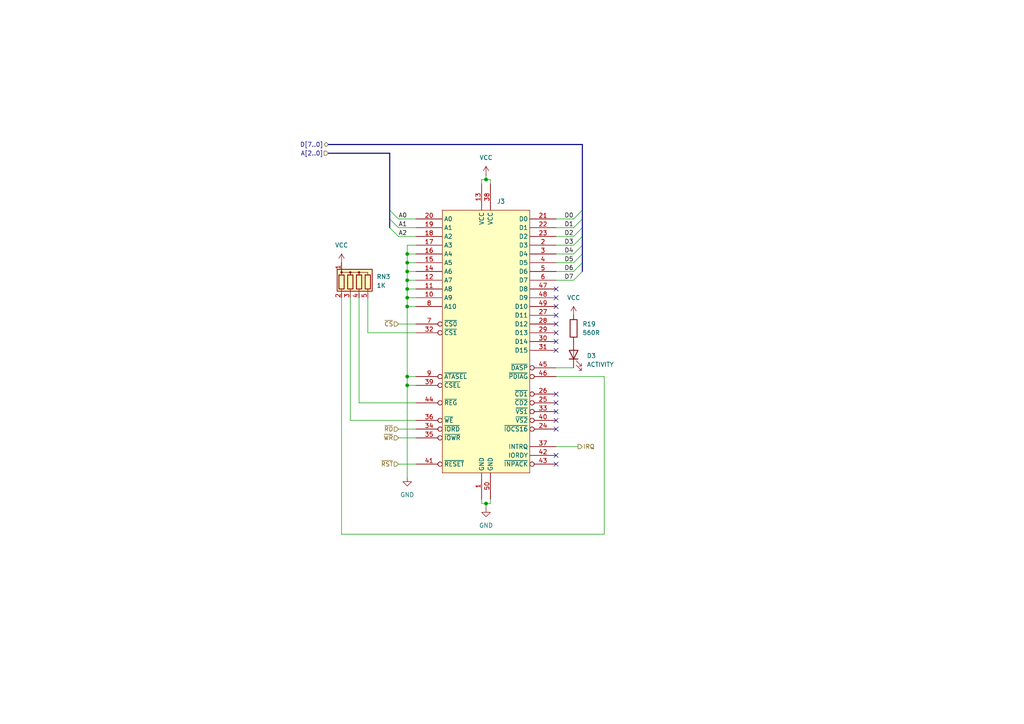
<source format=kicad_sch>
(kicad_sch (version 20250114) (generator "eeschema") (generator_version "9.0")
  (paper "A4")
  (title_block (title "Compact Flash") (date "2025-06-18") (rev "A") (company "A.K."))
  (lib_symbols
    (symbol "Device:LED" (pin_numbers (hide yes)) (pin_names (offset 1.016) (hide yes))
      (property "Reference" "D" (at 0 2.54 0))
      (property "Value" "LED" (at 0 -2.54 0))
      (symbol "LED_0_1"
        (polyline (pts (xy -3.048 -0.762) (xy -4.572 -2.286) (xy -3.81 -2.286) (xy -4.572 -2.286) (xy -4.572 -1.524)))
        (polyline (pts (xy -1.778 -0.762) (xy -3.302 -2.286) (xy -2.54 -2.286) (xy -3.302 -2.286) (xy -3.302 -1.524)))
        (polyline (pts (xy -1.27 0) (xy 1.27 0)))
        (polyline (pts (xy -1.27 -1.27) (xy -1.27 1.27)) (stroke (width 0.254)))
        (polyline (pts (xy 1.27 -1.27) (xy 1.27 1.27) (xy -1.27 0) (xy 1.27 -1.27)) (stroke (width 0.254)))
      )
      (symbol "LED_1_1"
        (pin passive line (at -3.81 0 0) (length 2.54) (name "K") (number "1"))
        (pin passive line (at 3.81 0 180) (length 2.54) (name "A") (number "2"))
      )
    )
    (symbol "Device:R" (pin_numbers (hide yes)) (pin_names (offset 0))
      (property "Reference" "R" (at 2.032 0 90))
      (property "Value" "R" (at 0 0 90))
      (symbol "R_0_1"
        (rectangle (start -1.016 -2.54) (end 1.016 2.54) (stroke (width 0.254)))
      )
      (symbol "R_1_1"
        (pin passive line (at 0 3.81 270) (length 1.27) (name "~") (number "1"))
        (pin passive line (at 0 -3.81 90) (length 1.27) (name "~") (number "2"))
      )
    )
    (symbol "Device:R_Network04" (pin_names (offset 0) (hide yes))
      (property "Reference" "RN" (at -7.62 0 90))
      (property "Value" "R_Network04" (at 5.08 0 90))
      (symbol "R_Network04_0_1"
        (rectangle (start -6.35 -3.175) (end 3.81 3.175) (stroke (width 0.254)) (fill (type background)))
        (rectangle (start -5.842 1.524) (end -4.318 -2.54) (stroke (width 0.254)))
        (circle (center -5.08 2.286) (radius 0.254) (fill (type outline)))
        (polyline (pts (xy -5.08 1.524) (xy -5.08 2.286) (xy -2.54 2.286) (xy -2.54 1.524)))
        (polyline (pts (xy -5.08 -2.54) (xy -5.08 -3.81)))
        (rectangle (start -3.302 1.524) (end -1.778 -2.54) (stroke (width 0.254)))
        (circle (center -2.54 2.286) (radius 0.254) (fill (type outline)))
        (polyline (pts (xy -2.54 1.524) (xy -2.54 2.286) (xy 0 2.286) (xy 0 1.524)))
        (polyline (pts (xy -2.54 -2.54) (xy -2.54 -3.81)))
        (rectangle (start -0.762 1.524) (end 0.762 -2.54) (stroke (width 0.254)))
        (circle (center 0 2.286) (radius 0.254) (fill (type outline)))
        (polyline (pts (xy 0 1.524) (xy 0 2.286) (xy 2.54 2.286) (xy 2.54 1.524)))
        (polyline (pts (xy 0 -2.54) (xy 0 -3.81)))
        (rectangle (start 1.778 1.524) (end 3.302 -2.54) (stroke (width 0.254)))
        (polyline (pts (xy 2.54 -2.54) (xy 2.54 -3.81)))
      )
      (symbol "R_Network04_1_1"
        (pin passive line (at -5.08 5.08 270) (length 2.54) (name "common") (number "1"))
        (pin passive line (at -5.08 -5.08 90) (length 1.27) (name "R1") (number "2"))
        (pin passive line (at -2.54 -5.08 90) (length 1.27) (name "R2") (number "3"))
        (pin passive line (at 0 -5.08 90) (length 1.27) (name "R3") (number "4"))
        (pin passive line (at 2.54 -5.08 90) (length 1.27) (name "R4") (number "5"))
      )
    )
    (symbol "cf:CF"
      (symbol "CF_1_1"
        (rectangle (start -12.7 38.1) (end 12.7 -38.1) (fill (type background)))
        (pin input line (at -20.32 35.56 0) (length 7.62) (name "A0") (number "20"))
        (pin input line (at -20.32 33.02 0) (length 7.62) (name "A1") (number "19"))
        (pin input line (at -20.32 30.48 0) (length 7.62) (name "A2") (number "18"))
        (pin input line (at -20.32 27.94 0) (length 7.62) (name "A3") (number "17"))
        (pin input line (at -20.32 25.4 0) (length 7.62) (name "A4") (number "16"))
        (pin input line (at -20.32 22.86 0) (length 7.62) (name "A5") (number "15"))
        (pin input line (at -20.32 20.32 0) (length 7.62) (name "A6") (number "14"))
        (pin input line (at -20.32 17.78 0) (length 7.62) (name "A7") (number "12"))
        (pin input line (at -20.32 15.24 0) (length 7.62) (name "A8") (number "11"))
        (pin input line (at -20.32 12.7 0) (length 7.62) (name "A9") (number "10"))
        (pin input line (at -20.32 10.16 0) (length 7.62) (name "A10") (number "8"))
        (pin input inverted (at -20.32 5.08 0) (length 7.62) (name "~{CS0}") (number "7"))
        (pin input inverted (at -20.32 2.54 0) (length 7.62) (name "~{CS1}") (number "32"))
        (pin input inverted (at -20.32 -10.16 0) (length 7.62) (name "~{ATASEL}") (number "9"))
        (pin input inverted (at -20.32 -12.7 0) (length 7.62) (name "~{CSEL}") (number "39"))
        (pin input inverted (at -20.32 -17.78 0) (length 7.62) (name "~{REG}") (number "44"))
        (pin input inverted (at -20.32 -22.86 0) (length 7.62) (name "~{WE}") (number "36"))
        (pin input inverted (at -20.32 -25.4 0) (length 7.62) (name "~{IORD}") (number "34"))
        (pin input inverted (at -20.32 -27.94 0) (length 7.62) (name "~{IOWR}") (number "35"))
        (pin input inverted (at -20.32 -35.56 0) (length 7.62) (name "~{RESET}") (number "41"))
        (pin power_in line (at -1.27 45.72 270) (length 7.62) (name "VCC") (number "13"))
        (pin power_in line (at -1.27 -45.72 90) (length 7.62) (name "GND") (number "1"))
        (pin power_in line (at 1.27 45.72 270) (length 7.62) (name "VCC") (number "38"))
        (pin power_in line (at 1.27 -45.72 90) (length 7.62) (name "GND") (number "50"))
        (pin tri_state line (at 20.32 35.56 180) (length 7.62) (name "D0") (number "21"))
        (pin tri_state line (at 20.32 33.02 180) (length 7.62) (name "D1") (number "22"))
        (pin tri_state line (at 20.32 30.48 180) (length 7.62) (name "D2") (number "23"))
        (pin tri_state line (at 20.32 27.94 180) (length 7.62) (name "D3") (number "2"))
        (pin tri_state line (at 20.32 25.4 180) (length 7.62) (name "D4") (number "3"))
        (pin tri_state line (at 20.32 22.86 180) (length 7.62) (name "D5") (number "4"))
        (pin tri_state line (at 20.32 20.32 180) (length 7.62) (name "D6") (number "5"))
        (pin tri_state line (at 20.32 17.78 180) (length 7.62) (name "D7") (number "6"))
        (pin tri_state line (at 20.32 15.24 180) (length 7.62) (name "D8") (number "47"))
        (pin tri_state line (at 20.32 12.7 180) (length 7.62) (name "D9") (number "48"))
        (pin tri_state line (at 20.32 10.16 180) (length 7.62) (name "D10") (number "49"))
        (pin tri_state line (at 20.32 7.62 180) (length 7.62) (name "D11") (number "27"))
        (pin tri_state line (at 20.32 5.08 180) (length 7.62) (name "D12") (number "28"))
        (pin tri_state line (at 20.32 2.54 180) (length 7.62) (name "D13") (number "29"))
        (pin tri_state line (at 20.32 0 180) (length 7.62) (name "D14") (number "30"))
        (pin tri_state line (at 20.32 -2.54 180) (length 7.62) (name "D15") (number "31"))
        (pin output inverted (at 20.32 -7.62 180) (length 7.62) (name "~{DASP}") (number "45"))
        (pin output inverted (at 20.32 -10.16 180) (length 7.62) (name "~{PDIAG}") (number "46"))
        (pin output inverted (at 20.32 -15.24 180) (length 7.62) (name "~{CD1}") (number "26"))
        (pin output inverted (at 20.32 -17.78 180) (length 7.62) (name "~{CD2}") (number "25"))
        (pin output inverted (at 20.32 -20.32 180) (length 7.62) (name "~{VS1}") (number "33"))
        (pin output inverted (at 20.32 -22.86 180) (length 7.62) (name "~{VS2}") (number "40"))
        (pin output inverted (at 20.32 -25.4 180) (length 7.62) (name "~{IOCS16}") (number "24"))
        (pin output line (at 20.32 -30.48 180) (length 7.62) (name "INTRQ") (number "37"))
        (pin output line (at 20.32 -33.02 180) (length 7.62) (name "IORDY") (number "42"))
        (pin output inverted (at 20.32 -35.56 180) (length 7.62) (name "~{INPACK}") (number "43"))
      )
    )
    (symbol "power:GND" (power) (pin_numbers (hide yes)) (pin_names (offset 0) (hide yes))
      (property "Value" "GND" (at 0 -3.81 0))
      (symbol "GND_0_1"
        (polyline (pts (xy 0 0) (xy 0 -1.27) (xy 1.27 -1.27) (xy 0 -2.54) (xy -1.27 -1.27) (xy 0 -1.27)))
      )
      (symbol "GND_1_1"
        (pin power_in line (at 0 0 270) (length 0) (name "~") (number "1"))
      )
    )
    (symbol "power:VCC" (power) (pin_numbers (hide yes)) (pin_names (offset 0) (hide yes))
      (property "Value" "VCC" (at 0 3.556 0))
      (symbol "VCC_0_1"
        (polyline (pts (xy -0.762 1.27) (xy 0 2.54)))
        (polyline (pts (xy 0 2.54) (xy 0.762 1.27)))
        (polyline (pts (xy 0 0) (xy 0 2.54)))
      )
      (symbol "VCC_1_1"
        (pin power_in line (at 0 0 90) (length 0) (name "~") (number "1"))
      )
    )
  )
  (junction (at 118.11 78.74))
  (junction (at 140.97 52.07))
  (junction (at 140.97 146.05))
  (junction (at 118.11 81.28))
  (junction (at 118.11 76.2))
  (junction (at 118.11 83.82))
  (junction (at 118.11 111.76))
  (junction (at 118.11 88.9))
  (junction (at 118.11 86.36))
  (junction (at 118.11 73.66))
  (junction (at 118.11 109.22))
  (no_connect (at 161.29 119.38))
  (no_connect (at 161.29 88.9))
  (no_connect (at 161.29 116.84))
  (no_connect (at 161.29 93.98))
  (no_connect (at 161.29 96.52))
  (no_connect (at 161.29 114.3))
  (no_connect (at 161.29 83.82))
  (no_connect (at 161.29 99.06))
  (no_connect (at 161.29 124.46))
  (no_connect (at 161.29 134.62))
  (no_connect (at 161.29 86.36))
  (no_connect (at 161.29 132.08))
  (no_connect (at 161.29 91.44))
  (no_connect (at 161.29 121.92))
  (no_connect (at 161.29 101.6))
  (bus_entry (at 113.03 63.5) (size 2.54 2.54))
  (bus_entry (at 168.91 76.2) (size -2.54 2.54))
  (bus_entry (at 113.03 60.96) (size 2.54 2.54))
  (bus_entry (at 168.91 78.74) (size -2.54 2.54))
  (bus_entry (at 168.91 63.5) (size -2.54 2.54))
  (bus_entry (at 168.91 68.58) (size -2.54 2.54))
  (bus_entry (at 113.03 66.04) (size 2.54 2.54))
  (bus_entry (at 168.91 73.66) (size -2.54 2.54))
  (bus_entry (at 168.91 66.04) (size -2.54 2.54))
  (bus_entry (at 168.91 60.96) (size -2.54 2.54))
  (bus_entry (at 168.91 71.12) (size -2.54 2.54))
  (wire (pts (xy 139.7 146.05) (xy 139.7 144.78)))
  (wire (pts (xy 118.11 109.22) (xy 120.65 109.22)))
  (wire (pts (xy 120.65 116.84) (xy 104.14 116.84)))
  (wire (pts (xy 120.65 96.52) (xy 106.68 96.52)))
  (wire (pts (xy 118.11 81.28) (xy 118.11 83.82)))
  (bus (pts (xy 113.03 44.45) (xy 113.03 60.96)))
  (wire (pts (xy 161.29 66.04) (xy 166.37 66.04)))
  (wire (pts (xy 175.26 154.94) (xy 99.06 154.94)))
  (bus (pts (xy 168.91 66.04) (xy 168.91 68.58)))
  (wire (pts (xy 118.11 109.22) (xy 118.11 111.76)))
  (bus (pts (xy 168.91 68.58) (xy 168.91 71.12)))
  (wire (pts (xy 120.65 121.92) (xy 101.6 121.92)))
  (bus (pts (xy 168.91 63.5) (xy 168.91 66.04)))
  (bus (pts (xy 168.91 76.2) (xy 168.91 78.74)))
  (wire (pts (xy 118.11 86.36) (xy 120.65 86.36)))
  (wire (pts (xy 142.24 53.34) (xy 142.24 52.07)))
  (bus (pts (xy 113.03 60.96) (xy 113.03 63.5)))
  (wire (pts (xy 118.11 73.66) (xy 118.11 76.2)))
  (wire (pts (xy 115.57 127) (xy 120.65 127)))
  (wire (pts (xy 120.65 71.12) (xy 118.11 71.12)))
  (wire (pts (xy 140.97 52.07) (xy 140.97 50.8)))
  (wire (pts (xy 142.24 52.07) (xy 140.97 52.07)))
  (bus (pts (xy 113.03 63.5) (xy 113.03 66.04)))
  (wire (pts (xy 175.26 109.22) (xy 175.26 154.94)))
  (wire (pts (xy 120.65 73.66) (xy 118.11 73.66)))
  (wire (pts (xy 118.11 71.12) (xy 118.11 73.66)))
  (wire (pts (xy 161.29 76.2) (xy 166.37 76.2)))
  (wire (pts (xy 161.29 81.28) (xy 166.37 81.28)))
  (bus (pts (xy 95.25 44.45) (xy 113.03 44.45)))
  (wire (pts (xy 139.7 53.34) (xy 139.7 52.07)))
  (wire (pts (xy 118.11 83.82) (xy 118.11 86.36)))
  (wire (pts (xy 118.11 88.9) (xy 118.11 109.22)))
  (bus (pts (xy 95.25 41.91) (xy 168.91 41.91)))
  (wire (pts (xy 161.29 68.58) (xy 166.37 68.58)))
  (wire (pts (xy 118.11 78.74) (xy 118.11 81.28)))
  (wire (pts (xy 139.7 52.07) (xy 140.97 52.07)))
  (wire (pts (xy 118.11 111.76) (xy 120.65 111.76)))
  (bus (pts (xy 168.91 41.91) (xy 168.91 60.96)))
  (wire (pts (xy 115.57 124.46) (xy 120.65 124.46)))
  (wire (pts (xy 101.6 86.36) (xy 101.6 121.92)))
  (wire (pts (xy 115.57 66.04) (xy 120.65 66.04)))
  (wire (pts (xy 104.14 86.36) (xy 104.14 116.84)))
  (wire (pts (xy 118.11 76.2) (xy 118.11 78.74)))
  (wire (pts (xy 120.65 78.74) (xy 118.11 78.74)))
  (wire (pts (xy 140.97 146.05) (xy 142.24 146.05)))
  (wire (pts (xy 161.29 63.5) (xy 166.37 63.5)))
  (bus (pts (xy 168.91 73.66) (xy 168.91 76.2)))
  (wire (pts (xy 99.06 154.94) (xy 99.06 86.36)))
  (bus (pts (xy 168.91 71.12) (xy 168.91 73.66)))
  (wire (pts (xy 106.68 86.36) (xy 106.68 96.52)))
  (wire (pts (xy 140.97 146.05) (xy 139.7 146.05)))
  (wire (pts (xy 115.57 134.62) (xy 120.65 134.62)))
  (wire (pts (xy 115.57 68.58) (xy 120.65 68.58)))
  (wire (pts (xy 120.65 76.2) (xy 118.11 76.2)))
  (wire (pts (xy 118.11 88.9) (xy 120.65 88.9)))
  (wire (pts (xy 118.11 88.9) (xy 118.11 86.36)))
  (wire (pts (xy 161.29 109.22) (xy 175.26 109.22)))
  (wire (pts (xy 161.29 71.12) (xy 166.37 71.12)))
  (wire (pts (xy 161.29 78.74) (xy 166.37 78.74)))
  (wire (pts (xy 140.97 147.32) (xy 140.97 146.05)))
  (wire (pts (xy 115.57 93.98) (xy 120.65 93.98)))
  (wire (pts (xy 161.29 106.68) (xy 166.37 106.68)))
  (wire (pts (xy 120.65 81.28) (xy 118.11 81.28)))
  (wire (pts (xy 120.65 83.82) (xy 118.11 83.82)))
  (wire (pts (xy 142.24 146.05) (xy 142.24 144.78)))
  (wire (pts (xy 167.64 129.54) (xy 161.29 129.54)))
  (bus (pts (xy 168.91 60.96) (xy 168.91 63.5)))
  (wire (pts (xy 115.57 63.5) (xy 120.65 63.5)))
  (wire (pts (xy 118.11 138.43) (xy 118.11 111.76)))
  (wire (pts (xy 161.29 73.66) (xy 166.37 73.66)))
  (label "A0" (at 115.57 63.5 0))
  (label "A1" (at 115.57 66.04 0))
  (label "D4" (at 166.37 73.66 180))
  (label "D6" (at 166.37 78.74 180))
  (label "D7" (at 166.37 81.28 180))
  (label "D3" (at 166.37 71.12 180))
  (label "A2" (at 115.57 68.58 0))
  (label "D2" (at 166.37 68.58 180))
  (label "D1" (at 166.37 66.04 180))
  (label "D5" (at 166.37 76.2 180))
  (label "D0" (at 166.37 63.5 180))
  (hierarchical_label "A[2..0]" (shape input) (at 95.25 44.45 180))
  (hierarchical_label "~{RD}" (shape input) (at 115.57 124.46 180))
  (hierarchical_label "IRQ" (shape output) (at 167.64 129.54 0))
  (hierarchical_label "D[7..0]" (shape bidirectional) (at 95.25 41.91 180))
  (hierarchical_label "~{RST}" (shape input) (at 115.57 134.62 180))
  (hierarchical_label "~{CS}" (shape input) (at 115.57 93.98 180))
  (hierarchical_label "~{WR}" (shape input) (at 115.57 127 180))
  (symbol (lib_id "Device:LED") (at 166.37 102.87 90) (unit 1)
    (property "Reference" "D3" (at 170.18 103.1874 90) (effects (justify right)))
    (property "Value" "ACTIVITY" (at 170.18 105.7274 90) (effects (justify right)))
    (property "Footprint" "LED_THT:LED_D5.0mm" (effects (hide yes)))
    (property "Description" "Light emitting diode" (effects (hide yes)))
  )
  (symbol (lib_id "Device:R_Network04") (at 104.14 81.28 0) (unit 1)
    (property "Reference" "RN3" (at 109.22 80.2639 0) (effects (justify left)))
    (property "Value" "1K" (at 109.22 82.8039 0) (effects (justify left)))
    (property "Footprint" "Resistor_THT:R_Array_SIP5" (effects (hide yes)))
    (property "Datasheet" "http://www.vishay.com/docs/31509/csc.pdf" (effects (hide yes)))
    (property "Description" "4 resistor network, star topology, bussed resistors, small symbol" (effects (hide yes)))
  )
  (symbol (lib_id "power:VCC") (at 166.37 91.44 0) (unit 1)
    (property "Reference" "#PWR0202" (effects (hide yes)))
    (property "Value" "VCC" (at 166.37 86.36 0))
    (property "Description" "Power symbol creates a global label with name \"VCC\"" (effects (hide yes)))
  )
  (symbol (lib_id "cf:CF") (at 140.97 99.06 0) (unit 1)
    (property "Reference" "J3" (at 145.288 58.42 0))
    (property "Value" "~" (at 140.97 52.07 0))
    (property "Footprint" "cf:Conn_CF_N7E50-Q516XX-40" (effects (hide yes)))
  )
  (symbol (lib_id "power:VCC") (at 140.97 50.8 0) (unit 1)
    (property "Reference" "#PWR0185" (effects (hide yes)))
    (property "Value" "VCC" (at 140.97 45.72 0))
    (property "Description" "Power symbol creates a global label with name \"VCC\"" (effects (hide yes)))
  )
  (symbol (lib_id "Device:R") (at 166.37 95.25 180) (unit 1)
    (property "Reference" "R19" (at 168.91 93.9799 0) (effects (justify right)))
    (property "Value" "560R" (at 168.91 96.5199 0) (effects (justify right)))
    (property "Footprint" "Resistor_THT:R_Axial_DIN0207_L6.3mm_D2.5mm_P7.62mm_Horizontal" (effects (hide yes)))
  )
  (symbol (lib_id "power:GND") (at 118.11 138.43 0) (unit 1)
    (property "Reference" "#PWR0191" (effects (hide yes)))
    (property "Value" "GND" (at 118.11 143.51 0))
    (property "Description" "Power symbol creates a global label with name \"GND\" , ground" (effects (hide yes)))
  )
  (symbol (lib_id "power:VCC") (at 99.06 76.2 0) (unit 1)
    (property "Reference" "#PWR0203" (effects (hide yes)))
    (property "Value" "VCC" (at 99.06 71.12 0))
    (property "Description" "Power symbol creates a global label with name \"VCC\"" (effects (hide yes)))
  )
  (symbol (lib_id "power:GND") (at 140.97 147.32 0) (unit 1)
    (property "Reference" "#PWR0184" (effects (hide yes)))
    (property "Value" "GND" (at 140.97 152.4 0))
    (property "Description" "Power symbol creates a global label with name \"GND\" , ground" (effects (hide yes)))
  )
)
</source>
